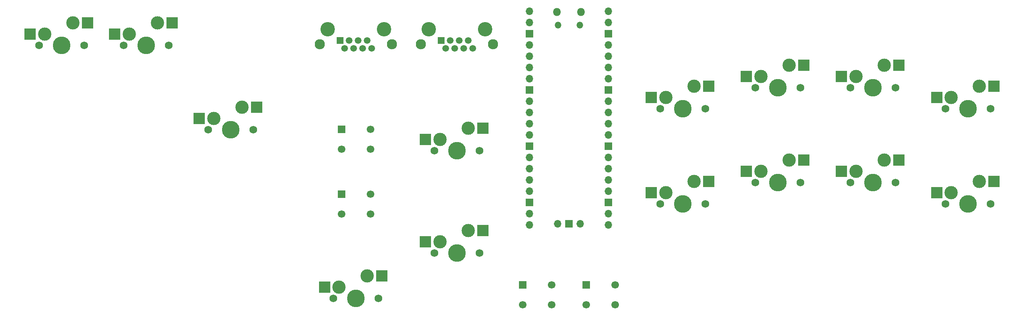
<source format=gbs>
%TF.GenerationSoftware,KiCad,Pcbnew,8.0.0*%
%TF.CreationDate,2024-03-11T00:59:23-04:00*%
%TF.ProjectId,my-split,6d792d73-706c-4697-942e-6b696361645f,rev?*%
%TF.SameCoordinates,Original*%
%TF.FileFunction,Soldermask,Bot*%
%TF.FilePolarity,Negative*%
%FSLAX46Y46*%
G04 Gerber Fmt 4.6, Leading zero omitted, Abs format (unit mm)*
G04 Created by KiCad (PCBNEW 8.0.0) date 2024-03-11 00:59:23*
%MOMM*%
%LPD*%
G01*
G04 APERTURE LIST*
%ADD10C,1.750000*%
%ADD11C,3.000000*%
%ADD12C,3.987800*%
%ADD13R,2.550000X2.500000*%
%ADD14C,2.300000*%
%ADD15C,1.500000*%
%ADD16R,1.500000X1.500000*%
%ADD17C,3.250000*%
%ADD18R,1.700000X1.700000*%
%ADD19C,1.700000*%
%ADD20O,1.800000X1.800000*%
%ADD21O,1.500000X1.500000*%
%ADD22O,1.700000X1.700000*%
G04 APERTURE END LIST*
D10*
%TO.C,MX15*%
X178086500Y-109537500D03*
D11*
X179356500Y-106997500D03*
D12*
X183166500Y-109537500D03*
D11*
X185706500Y-104457500D03*
D10*
X188246500Y-109537500D03*
D13*
X176081500Y-106997500D03*
X189008500Y-104457500D03*
%TD*%
D10*
%TO.C,MX3*%
X57158500Y-73732500D03*
D11*
X58428500Y-71192500D03*
D12*
X62238500Y-73732500D03*
D11*
X64778500Y-68652500D03*
D10*
X67318500Y-73732500D03*
D13*
X55153500Y-71192500D03*
X68080500Y-68652500D03*
%TD*%
D10*
%TO.C,MX4*%
X76208500Y-92782500D03*
D11*
X77478500Y-90242500D03*
D12*
X81288500Y-92782500D03*
D11*
X83828500Y-87702500D03*
D10*
X86368500Y-92782500D03*
D13*
X74203500Y-90242500D03*
X87130500Y-87702500D03*
%TD*%
D14*
%TO.C,J3*%
X117676000Y-73547500D03*
X101416000Y-73547500D03*
D15*
X113098000Y-74437500D03*
X112082000Y-72657500D03*
X111066000Y-74437500D03*
X110050000Y-72657500D03*
X109034000Y-74437500D03*
X108018000Y-72657500D03*
X107002000Y-74437500D03*
D16*
X105986000Y-72657500D03*
D17*
X115896000Y-70117500D03*
X103196000Y-70117500D03*
%TD*%
D10*
%TO.C,MX13*%
X220949000Y-83343750D03*
D11*
X222219000Y-80803750D03*
D12*
X226029000Y-83343750D03*
D11*
X228569000Y-78263750D03*
D10*
X231109000Y-83343750D03*
D13*
X218944000Y-80803750D03*
X231871000Y-78263750D03*
%TD*%
D18*
%TO.C,TP*%
X106296000Y-107340332D03*
D19*
X112796000Y-107340332D03*
X106296000Y-111840332D03*
X112796000Y-111840332D03*
%TD*%
D18*
%TO.C,R3*%
X161444000Y-127839200D03*
D19*
X167944000Y-127839200D03*
X161444000Y-132339200D03*
X167944000Y-132339200D03*
%TD*%
D10*
%TO.C,MX9*%
X178081234Y-88106250D03*
D11*
X179351234Y-85566250D03*
D12*
X183161234Y-88106250D03*
D11*
X185701234Y-83026250D03*
D10*
X188241234Y-88106250D03*
D13*
X176076234Y-85566250D03*
X189003234Y-83026250D03*
%TD*%
D17*
%TO.C,J1*%
X125904000Y-70108200D03*
X138604000Y-70108200D03*
D16*
X128694000Y-72648200D03*
D15*
X129710000Y-74428200D03*
X130726000Y-72648200D03*
X131742000Y-74428200D03*
X132758000Y-72648200D03*
X133774000Y-74428200D03*
X134790000Y-72648200D03*
X135806000Y-74428200D03*
D14*
X124124000Y-73538200D03*
X140384000Y-73538200D03*
%TD*%
D10*
%TO.C,MX1*%
X127174000Y-97593700D03*
D11*
X128444000Y-95053700D03*
D12*
X132254000Y-97593700D03*
D11*
X134794000Y-92513700D03*
D10*
X137334000Y-97593700D03*
D13*
X125169000Y-95053700D03*
X138096000Y-92513700D03*
%TD*%
D18*
%TO.C,PS*%
X106296000Y-92692000D03*
D19*
X112796000Y-92692000D03*
X106296000Y-97192000D03*
X112796000Y-97192000D03*
%TD*%
D10*
%TO.C,MX14*%
X242380250Y-88106250D03*
D11*
X243650250Y-85566250D03*
D12*
X247460250Y-88106250D03*
D11*
X250000250Y-83026250D03*
D10*
X252540250Y-88106250D03*
D13*
X240375250Y-85566250D03*
X253302250Y-83026250D03*
%TD*%
D10*
%TO.C,MX19*%
X104466000Y-130882500D03*
D11*
X105736000Y-128342500D03*
D12*
X109546000Y-130882500D03*
D11*
X112086000Y-125802500D03*
D10*
X114626000Y-130882500D03*
D13*
X102461000Y-128342500D03*
X115388000Y-125802500D03*
%TD*%
D10*
%TO.C,MX10*%
X199517750Y-83343750D03*
D11*
X200787750Y-80803750D03*
D12*
X204597750Y-83343750D03*
D11*
X207137750Y-78263750D03*
D10*
X209677750Y-83343750D03*
D13*
X197512750Y-80803750D03*
X210439750Y-78263750D03*
%TD*%
D10*
%TO.C,MX2*%
X38108500Y-73732500D03*
D11*
X39378500Y-71192500D03*
D12*
X43188500Y-73732500D03*
D11*
X45728500Y-68652500D03*
D10*
X48268500Y-73732500D03*
D13*
X36103500Y-71192500D03*
X49030500Y-68652500D03*
%TD*%
D10*
%TO.C,MX5*%
X127174000Y-120689500D03*
D11*
X128444000Y-118149500D03*
D12*
X132254000Y-120689500D03*
D11*
X134794000Y-115609500D03*
D10*
X137334000Y-120689500D03*
D13*
X125169000Y-118149500D03*
X138096000Y-115609500D03*
%TD*%
D10*
%TO.C,MX17*%
X220929000Y-104775000D03*
D11*
X222199000Y-102235000D03*
D12*
X226009000Y-104775000D03*
D11*
X228549000Y-99695000D03*
D10*
X231089000Y-104775000D03*
D13*
X218924000Y-102235000D03*
X231851000Y-99695000D03*
%TD*%
D10*
%TO.C,MX16*%
X199517750Y-104775000D03*
D11*
X200787750Y-102235000D03*
D12*
X204597750Y-104775000D03*
D11*
X207137750Y-99695000D03*
D10*
X209677750Y-104775000D03*
D13*
X197512750Y-102235000D03*
X210439750Y-99695000D03*
%TD*%
D20*
%TO.C,U1*%
X154804000Y-66183200D03*
D21*
X155104000Y-69213200D03*
X159954000Y-69213200D03*
D20*
X160254000Y-66183200D03*
D22*
X148639000Y-66053200D03*
X148639000Y-68593200D03*
D18*
X148639000Y-71133200D03*
D22*
X148639000Y-73673200D03*
X148639000Y-76213200D03*
X148639000Y-78753200D03*
X148639000Y-81293200D03*
D18*
X148639000Y-83833200D03*
D22*
X148639000Y-86373200D03*
X148639000Y-88913200D03*
X148639000Y-91453200D03*
X148639000Y-93993200D03*
D18*
X148639000Y-96533200D03*
D22*
X148639000Y-99073200D03*
X148639000Y-101613200D03*
X148639000Y-104153200D03*
X148639000Y-106693200D03*
D18*
X148639000Y-109233200D03*
D22*
X148639000Y-111773200D03*
X148639000Y-114313200D03*
X166419000Y-114313200D03*
X166419000Y-111773200D03*
D18*
X166419000Y-109233200D03*
D22*
X166419000Y-106693200D03*
X166419000Y-104153200D03*
X166419000Y-101613200D03*
X166419000Y-99073200D03*
D18*
X166419000Y-96533200D03*
D22*
X166419000Y-93993200D03*
X166419000Y-91453200D03*
X166419000Y-88913200D03*
X166419000Y-86373200D03*
D18*
X166419000Y-83833200D03*
D22*
X166419000Y-81293200D03*
X166419000Y-78753200D03*
X166419000Y-76213200D03*
X166419000Y-73673200D03*
D18*
X166419000Y-71133200D03*
D22*
X166419000Y-68593200D03*
X166419000Y-66053200D03*
X154989000Y-114083200D03*
D18*
X157529000Y-114083200D03*
D22*
X160069000Y-114083200D03*
%TD*%
D18*
%TO.C,L3*%
X147114000Y-127839200D03*
D19*
X153614000Y-127839200D03*
X147114000Y-132339200D03*
X153614000Y-132339200D03*
%TD*%
D10*
%TO.C,MX18*%
X242380250Y-109537500D03*
D11*
X243650250Y-106997500D03*
D12*
X247460250Y-109537500D03*
D11*
X250000250Y-104457500D03*
D10*
X252540250Y-109537500D03*
D13*
X240375250Y-106997500D03*
X253302250Y-104457500D03*
%TD*%
M02*

</source>
